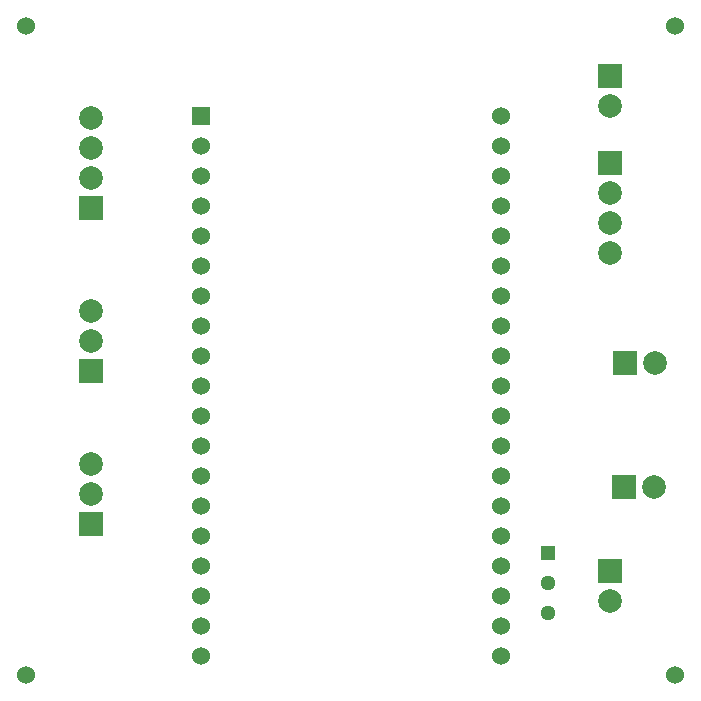
<source format=gbr>
G04*
G04 #@! TF.GenerationSoftware,Altium Limited,Altium Designer,22.4.2 (48)*
G04*
G04 Layer_Physical_Order=2*
G04 Layer_Color=16711680*
%FSLAX44Y44*%
%MOMM*%
G71*
G04*
G04 #@! TF.SameCoordinates,401EAB3C-69B4-4000-897E-A26D65C5C49B*
G04*
G04*
G04 #@! TF.FilePolarity,Positive*
G04*
G01*
G75*
%ADD26C,1.5240*%
%ADD27C,2.0000*%
%ADD28R,2.0000X2.0000*%
%ADD29R,2.0000X2.0000*%
%ADD30R,1.5300X1.5300*%
%ADD31C,1.5300*%
%ADD32R,1.2980X1.2980*%
%ADD33C,1.2980*%
D26*
X575000Y575000D02*
D03*
X25000Y25000D02*
D03*
X575000D02*
D03*
X25000Y575000D02*
D03*
D27*
X80000Y496440D02*
D03*
Y445640D02*
D03*
Y471040D02*
D03*
Y333740D02*
D03*
Y308340D02*
D03*
Y203740D02*
D03*
Y178340D02*
D03*
X557700Y289560D02*
D03*
X556700Y184150D02*
D03*
X520000Y507300D02*
D03*
Y382270D02*
D03*
Y433070D02*
D03*
Y407670D02*
D03*
Y87630D02*
D03*
D28*
X80000Y420240D02*
D03*
Y282940D02*
D03*
Y152940D02*
D03*
X520000Y532700D02*
D03*
Y458470D02*
D03*
Y113030D02*
D03*
D29*
X532300Y289560D02*
D03*
X531300Y184150D02*
D03*
D30*
X173000Y498500D02*
D03*
D31*
Y473100D02*
D03*
Y447700D02*
D03*
Y422300D02*
D03*
Y396900D02*
D03*
Y371500D02*
D03*
Y346100D02*
D03*
Y320700D02*
D03*
Y295300D02*
D03*
Y269900D02*
D03*
Y244500D02*
D03*
Y219100D02*
D03*
Y193700D02*
D03*
Y168300D02*
D03*
Y142900D02*
D03*
Y117500D02*
D03*
Y92100D02*
D03*
Y66700D02*
D03*
Y41300D02*
D03*
X427000D02*
D03*
Y66700D02*
D03*
Y92100D02*
D03*
Y117500D02*
D03*
Y142900D02*
D03*
Y168300D02*
D03*
Y193700D02*
D03*
Y219100D02*
D03*
Y244500D02*
D03*
Y269900D02*
D03*
Y295300D02*
D03*
Y320700D02*
D03*
Y346100D02*
D03*
Y371500D02*
D03*
Y396900D02*
D03*
Y422300D02*
D03*
Y447700D02*
D03*
Y473100D02*
D03*
Y498500D02*
D03*
D32*
X467360Y128270D02*
D03*
D33*
Y102870D02*
D03*
Y77470D02*
D03*
M02*

</source>
